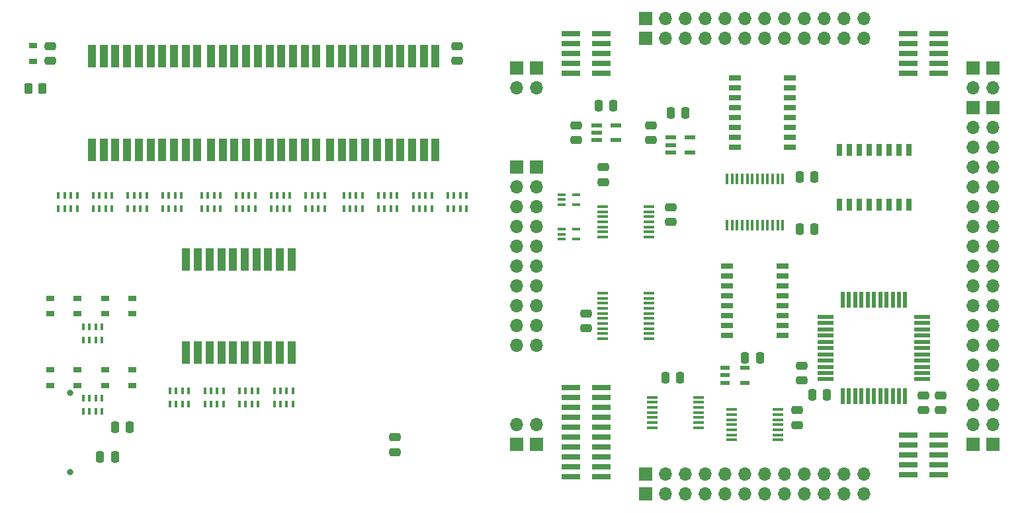
<source format=gbr>
%TF.GenerationSoftware,KiCad,Pcbnew,(6.0.5)*%
%TF.CreationDate,2022-08-07T10:52:41+02:00*%
%TF.ProjectId,MPU Signals,4d505520-5369-4676-9e61-6c732e6b6963,rev?*%
%TF.SameCoordinates,Original*%
%TF.FileFunction,Soldermask,Top*%
%TF.FilePolarity,Negative*%
%FSLAX46Y46*%
G04 Gerber Fmt 4.6, Leading zero omitted, Abs format (unit mm)*
G04 Created by KiCad (PCBNEW (6.0.5)) date 2022-08-07 10:52:41*
%MOMM*%
%LPD*%
G01*
G04 APERTURE LIST*
G04 Aperture macros list*
%AMRoundRect*
0 Rectangle with rounded corners*
0 $1 Rounding radius*
0 $2 $3 $4 $5 $6 $7 $8 $9 X,Y pos of 4 corners*
0 Add a 4 corners polygon primitive as box body*
4,1,4,$2,$3,$4,$5,$6,$7,$8,$9,$2,$3,0*
0 Add four circle primitives for the rounded corners*
1,1,$1+$1,$2,$3*
1,1,$1+$1,$4,$5*
1,1,$1+$1,$6,$7*
1,1,$1+$1,$8,$9*
0 Add four rect primitives between the rounded corners*
20,1,$1+$1,$2,$3,$4,$5,0*
20,1,$1+$1,$4,$5,$6,$7,0*
20,1,$1+$1,$6,$7,$8,$9,0*
20,1,$1+$1,$8,$9,$2,$3,0*%
G04 Aperture macros list end*
%ADD10R,0.425000X0.900000*%
%ADD11RoundRect,0.250000X0.475000X-0.250000X0.475000X0.250000X-0.475000X0.250000X-0.475000X-0.250000X0*%
%ADD12R,1.000000X3.000000*%
%ADD13RoundRect,0.250000X-0.475000X0.250000X-0.475000X-0.250000X0.475000X-0.250000X0.475000X0.250000X0*%
%ADD14R,1.000000X0.800000*%
%ADD15RoundRect,0.250000X0.250000X0.475000X-0.250000X0.475000X-0.250000X-0.475000X0.250000X-0.475000X0*%
%ADD16R,1.050000X0.400000*%
%ADD17R,1.475000X0.450000*%
%ADD18R,1.400000X0.600000*%
%ADD19RoundRect,0.250000X0.262500X0.450000X-0.262500X0.450000X-0.262500X-0.450000X0.262500X-0.450000X0*%
%ADD20R,2.400000X0.650000*%
%ADD21R,0.450000X1.475000*%
%ADD22RoundRect,0.250000X-0.250000X-0.475000X0.250000X-0.475000X0.250000X0.475000X-0.250000X0.475000X0*%
%ADD23R,0.650000X1.550000*%
%ADD24R,1.550000X0.650000*%
%ADD25R,1.250000X0.600000*%
%ADD26RoundRect,0.137500X0.137500X0.912500X-0.137500X0.912500X-0.137500X-0.912500X0.137500X-0.912500X0*%
%ADD27RoundRect,0.137500X0.912500X0.137500X-0.912500X0.137500X-0.912500X-0.137500X0.912500X-0.137500X0*%
%ADD28R,1.700000X1.700000*%
%ADD29O,1.700000X1.700000*%
%ADD30C,0.800000*%
G04 APERTURE END LIST*
D10*
%TO.C,RN13*%
X75177500Y-97575000D03*
X74377500Y-97575000D03*
X73577500Y-97575000D03*
X72777500Y-97575000D03*
X72777500Y-99275000D03*
X73577500Y-99275000D03*
X74377500Y-99275000D03*
X75177500Y-99275000D03*
%TD*%
D11*
%TO.C,C2*%
X134620000Y-90469000D03*
X134620000Y-88569000D03*
%TD*%
D10*
%TO.C,RN19*%
X118180000Y-99275000D03*
X118980000Y-99275000D03*
X119780000Y-99275000D03*
X120580000Y-99275000D03*
X120580000Y-97575000D03*
X119780000Y-97575000D03*
X118980000Y-97575000D03*
X118180000Y-97575000D03*
%TD*%
D12*
%TO.C,DS1*%
X84690000Y-117760000D03*
X86190000Y-117760000D03*
X87690000Y-117760000D03*
X89190000Y-117760000D03*
X90690000Y-117760000D03*
X92190000Y-117760000D03*
X93690000Y-117760000D03*
X95190000Y-117760000D03*
X96690000Y-117760000D03*
X98190000Y-117760000D03*
X98190000Y-105760000D03*
X96690000Y-105760000D03*
X95190000Y-105760000D03*
X93690000Y-105760000D03*
X92190000Y-105760000D03*
X90690000Y-105760000D03*
X89190000Y-105760000D03*
X87690000Y-105760000D03*
X86190000Y-105760000D03*
X84690000Y-105760000D03*
%TD*%
D13*
%TO.C,C14*%
X162877500Y-125113500D03*
X162877500Y-127013500D03*
%TD*%
D10*
%TO.C,RN15*%
X100012500Y-99275000D03*
X100812500Y-99275000D03*
X101612500Y-99275000D03*
X102412500Y-99275000D03*
X102412500Y-97575000D03*
X101612500Y-97575000D03*
X100812500Y-97575000D03*
X100012500Y-97575000D03*
%TD*%
D14*
%TO.C,LED8*%
X70802500Y-112760000D03*
X70802500Y-110760000D03*
%TD*%
D15*
%TO.C,C16*%
X147936500Y-120967500D03*
X146036500Y-120967500D03*
%TD*%
D16*
%TO.C,IC15*%
X132717500Y-97457500D03*
X132717500Y-98107500D03*
X132717500Y-98757500D03*
X134617500Y-98757500D03*
X134617500Y-97457500D03*
%TD*%
D10*
%TO.C,RN4*%
X71507500Y-116102500D03*
X72307500Y-116102500D03*
X73107500Y-116102500D03*
X73907500Y-116102500D03*
X73907500Y-114402500D03*
X73107500Y-114402500D03*
X72307500Y-114402500D03*
X71507500Y-114402500D03*
%TD*%
D17*
%TO.C,IC8*%
X144382000Y-123462500D03*
X144382000Y-124112500D03*
X144382000Y-124762500D03*
X144382000Y-125412500D03*
X144382000Y-126062500D03*
X144382000Y-126712500D03*
X144382000Y-127362500D03*
X150258000Y-127362500D03*
X150258000Y-126712500D03*
X150258000Y-126062500D03*
X150258000Y-125412500D03*
X150258000Y-124762500D03*
X150258000Y-124112500D03*
X150258000Y-123462500D03*
%TD*%
D10*
%TO.C,RN10*%
X77222500Y-99275000D03*
X78022500Y-99275000D03*
X78822500Y-99275000D03*
X79622500Y-99275000D03*
X79622500Y-97575000D03*
X78822500Y-97575000D03*
X78022500Y-97575000D03*
X77222500Y-97575000D03*
%TD*%
D18*
%TO.C,IC17*%
X146705000Y-90172500D03*
X146705000Y-91122500D03*
X146705000Y-92072500D03*
X149205000Y-92072500D03*
X149205000Y-90172500D03*
%TD*%
D19*
%TO.C,R3*%
X66317500Y-83830000D03*
X64492500Y-83830000D03*
%TD*%
D11*
%TO.C,C19*%
X138112500Y-95866500D03*
X138112500Y-93966500D03*
%TD*%
D20*
%TO.C,J22*%
X177120000Y-76860000D03*
X177120000Y-78130000D03*
X177120000Y-79400000D03*
X177120000Y-80670000D03*
X177120000Y-81940000D03*
X181020000Y-81940000D03*
X181020000Y-80670000D03*
X181020000Y-79400000D03*
X181020000Y-78130000D03*
X181020000Y-76860000D03*
%TD*%
%TO.C,J20*%
X133940000Y-122237500D03*
X133940000Y-123507500D03*
X133940000Y-124777500D03*
X133940000Y-126047500D03*
X133940000Y-127317500D03*
X133940000Y-128587500D03*
X133940000Y-129857500D03*
X133940000Y-131127500D03*
X133940000Y-132397500D03*
X133940000Y-133667500D03*
X137840000Y-133667500D03*
X137840000Y-132397500D03*
X137840000Y-131127500D03*
X137840000Y-129857500D03*
X137840000Y-128587500D03*
X137840000Y-127317500D03*
X137840000Y-126047500D03*
X137840000Y-124777500D03*
X137840000Y-123507500D03*
X137840000Y-122237500D03*
%TD*%
D21*
%TO.C,IC4*%
X161055000Y-95487000D03*
X160405000Y-95487000D03*
X159755000Y-95487000D03*
X159105000Y-95487000D03*
X158455000Y-95487000D03*
X157805000Y-95487000D03*
X157155000Y-95487000D03*
X156505000Y-95487000D03*
X155855000Y-95487000D03*
X155205000Y-95487000D03*
X154555000Y-95487000D03*
X153905000Y-95487000D03*
X153905000Y-101363000D03*
X154555000Y-101363000D03*
X155205000Y-101363000D03*
X155855000Y-101363000D03*
X156505000Y-101363000D03*
X157155000Y-101363000D03*
X157805000Y-101363000D03*
X158455000Y-101363000D03*
X159105000Y-101363000D03*
X159755000Y-101363000D03*
X160405000Y-101363000D03*
X161055000Y-101363000D03*
%TD*%
D22*
%TO.C,C24*%
X73678500Y-131127500D03*
X75578500Y-131127500D03*
%TD*%
D10*
%TO.C,RN12*%
X70732500Y-97575000D03*
X69932500Y-97575000D03*
X69132500Y-97575000D03*
X68332500Y-97575000D03*
X68332500Y-99275000D03*
X69132500Y-99275000D03*
X69932500Y-99275000D03*
X70732500Y-99275000D03*
%TD*%
D20*
%TO.C,J24*%
X177120000Y-128295000D03*
X177120000Y-129565000D03*
X177120000Y-130835000D03*
X177120000Y-132105000D03*
X177120000Y-133375000D03*
X181020000Y-133375000D03*
X181020000Y-132105000D03*
X181020000Y-130835000D03*
X181020000Y-129565000D03*
X181020000Y-128295000D03*
%TD*%
D23*
%TO.C,RN3*%
X168275000Y-98798000D03*
X169545000Y-98798000D03*
X170815000Y-98798000D03*
X172085000Y-98798000D03*
X173355000Y-98798000D03*
X174625000Y-98798000D03*
X175895000Y-98798000D03*
X177165000Y-98798000D03*
X177165000Y-91702000D03*
X175895000Y-91702000D03*
X174625000Y-91702000D03*
X173355000Y-91702000D03*
X172085000Y-91702000D03*
X170815000Y-91702000D03*
X169545000Y-91702000D03*
X168275000Y-91702000D03*
%TD*%
D13*
%TO.C,C13*%
X146685000Y-99078500D03*
X146685000Y-100978500D03*
%TD*%
D14*
%TO.C,LED9*%
X67310000Y-112760000D03*
X67310000Y-110760000D03*
%TD*%
D16*
%TO.C,IC16*%
X132717500Y-101902500D03*
X132717500Y-102552500D03*
X132717500Y-103202500D03*
X134617500Y-103202500D03*
X134617500Y-101902500D03*
%TD*%
D10*
%TO.C,RN11*%
X81667500Y-99275000D03*
X82467500Y-99275000D03*
X83267500Y-99275000D03*
X84067500Y-99275000D03*
X84067500Y-97575000D03*
X83267500Y-97575000D03*
X82467500Y-97575000D03*
X81667500Y-97575000D03*
%TD*%
D17*
%TO.C,IC3*%
X143908000Y-115955000D03*
X143908000Y-115305000D03*
X143908000Y-114655000D03*
X143908000Y-114005000D03*
X143908000Y-113355000D03*
X143908000Y-112705000D03*
X143908000Y-112055000D03*
X143908000Y-111405000D03*
X143908000Y-110755000D03*
X143908000Y-110105000D03*
X138032000Y-110105000D03*
X138032000Y-110755000D03*
X138032000Y-111405000D03*
X138032000Y-112055000D03*
X138032000Y-112705000D03*
X138032000Y-113355000D03*
X138032000Y-114005000D03*
X138032000Y-114655000D03*
X138032000Y-115305000D03*
X138032000Y-115955000D03*
%TD*%
D10*
%TO.C,RN7*%
X95955000Y-124357500D03*
X96755000Y-124357500D03*
X97555000Y-124357500D03*
X98355000Y-124357500D03*
X98355000Y-122657500D03*
X97555000Y-122657500D03*
X96755000Y-122657500D03*
X95955000Y-122657500D03*
%TD*%
%TO.C,RN18*%
X113735000Y-99275000D03*
X114535000Y-99275000D03*
X115335000Y-99275000D03*
X116135000Y-99275000D03*
X116135000Y-97575000D03*
X115335000Y-97575000D03*
X114535000Y-97575000D03*
X113735000Y-97575000D03*
%TD*%
D20*
%TO.C,J17*%
X133940000Y-76860000D03*
X133940000Y-78130000D03*
X133940000Y-79400000D03*
X133940000Y-80670000D03*
X133940000Y-81940000D03*
X137840000Y-81940000D03*
X137840000Y-80670000D03*
X137840000Y-79400000D03*
X137840000Y-78130000D03*
X137840000Y-76860000D03*
%TD*%
D22*
%TO.C,C18*%
X156228500Y-118427500D03*
X158128500Y-118427500D03*
%TD*%
D14*
%TO.C,LED1*%
X65087500Y-80359000D03*
X65087500Y-78359000D03*
%TD*%
D24*
%TO.C,RN5*%
X161980500Y-91440000D03*
X161980500Y-90170000D03*
X161980500Y-88900000D03*
X161980500Y-87630000D03*
X161980500Y-86360000D03*
X161980500Y-85090000D03*
X161980500Y-83820000D03*
X161980500Y-82550000D03*
X154884500Y-82550000D03*
X154884500Y-83820000D03*
X154884500Y-85090000D03*
X154884500Y-86360000D03*
X154884500Y-87630000D03*
X154884500Y-88900000D03*
X154884500Y-90170000D03*
X154884500Y-91440000D03*
%TD*%
D22*
%TO.C,C20*%
X163213500Y-95250000D03*
X165113500Y-95250000D03*
%TD*%
D10*
%TO.C,RN17*%
X97967500Y-97575000D03*
X97167500Y-97575000D03*
X96367500Y-97575000D03*
X95567500Y-97575000D03*
X95567500Y-99275000D03*
X96367500Y-99275000D03*
X97167500Y-99275000D03*
X97967500Y-99275000D03*
%TD*%
D14*
%TO.C,LED2*%
X77787500Y-121967500D03*
X77787500Y-119967500D03*
%TD*%
D13*
%TO.C,C22*%
X67310000Y-78441000D03*
X67310000Y-80341000D03*
%TD*%
D11*
%TO.C,C1*%
X144163500Y-90469000D03*
X144163500Y-88569000D03*
%TD*%
D22*
%TO.C,C10*%
X164801000Y-123190000D03*
X166701000Y-123190000D03*
%TD*%
%TO.C,C21*%
X75583500Y-127317500D03*
X77483500Y-127317500D03*
%TD*%
D12*
%TO.C,DS2*%
X72625000Y-91725000D03*
X74125000Y-91725000D03*
X75625000Y-91725000D03*
X77125000Y-91725000D03*
X78625000Y-91725000D03*
X80125000Y-91725000D03*
X81625000Y-91725000D03*
X83125000Y-91725000D03*
X84625000Y-91725000D03*
X86125000Y-91725000D03*
X86125000Y-79725000D03*
X84625000Y-79725000D03*
X83125000Y-79725000D03*
X81625000Y-79725000D03*
X80125000Y-79725000D03*
X78625000Y-79725000D03*
X77125000Y-79725000D03*
X75625000Y-79725000D03*
X74125000Y-79725000D03*
X72625000Y-79725000D03*
%TD*%
D25*
%TO.C,IC7*%
X153690000Y-119700000D03*
X153690000Y-120650000D03*
X153690000Y-121600000D03*
X156190000Y-121600000D03*
X156190000Y-119700000D03*
%TD*%
D13*
%TO.C,C9*%
X163512500Y-119398500D03*
X163512500Y-121298500D03*
%TD*%
%TO.C,C11*%
X179070000Y-123208500D03*
X179070000Y-125108500D03*
%TD*%
D11*
%TO.C,C17*%
X135890000Y-114599000D03*
X135890000Y-112699000D03*
%TD*%
D14*
%TO.C,LED7*%
X74295000Y-112760000D03*
X74295000Y-110760000D03*
%TD*%
D10*
%TO.C,RN21*%
X111690000Y-97575000D03*
X110890000Y-97575000D03*
X110090000Y-97575000D03*
X109290000Y-97575000D03*
X109290000Y-99275000D03*
X110090000Y-99275000D03*
X110890000Y-99275000D03*
X111690000Y-99275000D03*
%TD*%
%TO.C,RN8*%
X85020000Y-122657500D03*
X84220000Y-122657500D03*
X83420000Y-122657500D03*
X82620000Y-122657500D03*
X82620000Y-124357500D03*
X83420000Y-124357500D03*
X84220000Y-124357500D03*
X85020000Y-124357500D03*
%TD*%
D18*
%TO.C,IC1*%
X137198500Y-88585000D03*
X137198500Y-89535000D03*
X137198500Y-90485000D03*
X139698500Y-90485000D03*
X139698500Y-88585000D03*
%TD*%
D10*
%TO.C,RN20*%
X107245000Y-97575000D03*
X106445000Y-97575000D03*
X105645000Y-97575000D03*
X104845000Y-97575000D03*
X104845000Y-99275000D03*
X105645000Y-99275000D03*
X106445000Y-99275000D03*
X107245000Y-99275000D03*
%TD*%
D15*
%TO.C,C4*%
X148571500Y-86995000D03*
X146671500Y-86995000D03*
%TD*%
D13*
%TO.C,C23*%
X111442500Y-128606000D03*
X111442500Y-130506000D03*
%TD*%
D14*
%TO.C,LED4*%
X74295000Y-121967500D03*
X74295000Y-119967500D03*
%TD*%
D15*
%TO.C,C5*%
X139382500Y-86042500D03*
X137482500Y-86042500D03*
%TD*%
D10*
%TO.C,RN16*%
X89077500Y-97575000D03*
X88277500Y-97575000D03*
X87477500Y-97575000D03*
X86677500Y-97575000D03*
X86677500Y-99275000D03*
X87477500Y-99275000D03*
X88277500Y-99275000D03*
X89077500Y-99275000D03*
%TD*%
D12*
%TO.C,DS3*%
X87865000Y-91725000D03*
X89365000Y-91725000D03*
X90865000Y-91725000D03*
X92365000Y-91725000D03*
X93865000Y-91725000D03*
X95365000Y-91725000D03*
X96865000Y-91725000D03*
X98365000Y-91725000D03*
X99865000Y-91725000D03*
X101365000Y-91725000D03*
X101365000Y-79725000D03*
X99865000Y-79725000D03*
X98365000Y-79725000D03*
X96865000Y-79725000D03*
X95365000Y-79725000D03*
X93865000Y-79725000D03*
X92365000Y-79725000D03*
X90865000Y-79725000D03*
X89365000Y-79725000D03*
X87865000Y-79725000D03*
%TD*%
D10*
%TO.C,RN14*%
X91122500Y-99275000D03*
X91922500Y-99275000D03*
X92722500Y-99275000D03*
X93522500Y-99275000D03*
X93522500Y-97575000D03*
X92722500Y-97575000D03*
X91922500Y-97575000D03*
X91122500Y-97575000D03*
%TD*%
D13*
%TO.C,C12*%
X181292500Y-123208500D03*
X181292500Y-125108500D03*
%TD*%
D10*
%TO.C,RN9*%
X89465000Y-122657500D03*
X88665000Y-122657500D03*
X87865000Y-122657500D03*
X87065000Y-122657500D03*
X87065000Y-124357500D03*
X87865000Y-124357500D03*
X88665000Y-124357500D03*
X89465000Y-124357500D03*
%TD*%
%TO.C,RN6*%
X91510000Y-124357500D03*
X92310000Y-124357500D03*
X93110000Y-124357500D03*
X93910000Y-124357500D03*
X93910000Y-122657500D03*
X93110000Y-122657500D03*
X92310000Y-122657500D03*
X91510000Y-122657500D03*
%TD*%
D14*
%TO.C,LED5*%
X70802500Y-121967500D03*
X70802500Y-119967500D03*
%TD*%
D10*
%TO.C,RN2*%
X71507500Y-125310000D03*
X72307500Y-125310000D03*
X73107500Y-125310000D03*
X73907500Y-125310000D03*
X73907500Y-123610000D03*
X73107500Y-123610000D03*
X72307500Y-123610000D03*
X71507500Y-123610000D03*
%TD*%
D22*
%TO.C,C15*%
X163213500Y-101917500D03*
X165113500Y-101917500D03*
%TD*%
D17*
%TO.C,IC5*%
X138032000Y-99015000D03*
X138032000Y-99665000D03*
X138032000Y-100315000D03*
X138032000Y-100965000D03*
X138032000Y-101615000D03*
X138032000Y-102265000D03*
X138032000Y-102915000D03*
X143908000Y-102915000D03*
X143908000Y-102265000D03*
X143908000Y-101615000D03*
X143908000Y-100965000D03*
X143908000Y-100315000D03*
X143908000Y-99665000D03*
X143908000Y-99015000D03*
%TD*%
D14*
%TO.C,LED3*%
X77787500Y-112760000D03*
X77787500Y-110760000D03*
%TD*%
D13*
%TO.C,C25*%
X119380000Y-78441000D03*
X119380000Y-80341000D03*
%TD*%
D17*
%TO.C,IC6*%
X154542000Y-125050000D03*
X154542000Y-125700000D03*
X154542000Y-126350000D03*
X154542000Y-127000000D03*
X154542000Y-127650000D03*
X154542000Y-128300000D03*
X154542000Y-128950000D03*
X160418000Y-128950000D03*
X160418000Y-128300000D03*
X160418000Y-127650000D03*
X160418000Y-127000000D03*
X160418000Y-126350000D03*
X160418000Y-125700000D03*
X160418000Y-125050000D03*
%TD*%
D14*
%TO.C,LED6*%
X67310000Y-121967500D03*
X67310000Y-119967500D03*
%TD*%
D24*
%TO.C,RN1*%
X161028000Y-115570000D03*
X161028000Y-114300000D03*
X161028000Y-113030000D03*
X161028000Y-111760000D03*
X161028000Y-110490000D03*
X161028000Y-109220000D03*
X161028000Y-107950000D03*
X161028000Y-106680000D03*
X153932000Y-106680000D03*
X153932000Y-107950000D03*
X153932000Y-109220000D03*
X153932000Y-110490000D03*
X153932000Y-111760000D03*
X153932000Y-113030000D03*
X153932000Y-114300000D03*
X153932000Y-115570000D03*
%TD*%
D12*
%TO.C,DS4*%
X103105000Y-91725000D03*
X104605000Y-91725000D03*
X106105000Y-91725000D03*
X107605000Y-91725000D03*
X109105000Y-91725000D03*
X110605000Y-91725000D03*
X112105000Y-91725000D03*
X113605000Y-91725000D03*
X115105000Y-91725000D03*
X116605000Y-91725000D03*
X116605000Y-79725000D03*
X115105000Y-79725000D03*
X113605000Y-79725000D03*
X112105000Y-79725000D03*
X110605000Y-79725000D03*
X109105000Y-79725000D03*
X107605000Y-79725000D03*
X106105000Y-79725000D03*
X104605000Y-79725000D03*
X103105000Y-79725000D03*
%TD*%
D26*
%TO.C,IC2*%
X172720000Y-123357500D03*
X173520000Y-123357500D03*
X174320000Y-123357500D03*
X175120000Y-123357500D03*
X175920000Y-123357500D03*
X176720000Y-123357500D03*
D27*
X178920000Y-121157500D03*
X178920000Y-120357500D03*
X178920000Y-119557500D03*
X178920000Y-118757500D03*
X178920000Y-117957500D03*
X178920000Y-117157500D03*
X178920000Y-116357500D03*
X178920000Y-115557500D03*
X178920000Y-114757500D03*
X178920000Y-113957500D03*
X178920000Y-113157500D03*
D26*
X176720000Y-110957500D03*
X175920000Y-110957500D03*
X175120000Y-110957500D03*
X174320000Y-110957500D03*
X173520000Y-110957500D03*
X172720000Y-110957500D03*
X171920000Y-110957500D03*
X171120000Y-110957500D03*
X170320000Y-110957500D03*
X169520000Y-110957500D03*
X168720000Y-110957500D03*
D27*
X166520000Y-113157500D03*
X166520000Y-113957500D03*
X166520000Y-114757500D03*
X166520000Y-115557500D03*
X166520000Y-116357500D03*
X166520000Y-117157500D03*
X166520000Y-117957500D03*
X166520000Y-118757500D03*
X166520000Y-119557500D03*
X166520000Y-120357500D03*
X166520000Y-121157500D03*
D26*
X168720000Y-123357500D03*
X169520000Y-123357500D03*
X170320000Y-123357500D03*
X171120000Y-123357500D03*
X171920000Y-123357500D03*
%TD*%
D28*
%TO.C,J15*%
X143510000Y-133350000D03*
D29*
X146050000Y-133350000D03*
X148590000Y-133350000D03*
X151130000Y-133350000D03*
X153670000Y-133350000D03*
X156210000Y-133350000D03*
X158750000Y-133350000D03*
X161290000Y-133350000D03*
X163830000Y-133350000D03*
X166370000Y-133350000D03*
X168910000Y-133350000D03*
X171450000Y-133350000D03*
%TD*%
D28*
%TO.C,J8*%
X187960000Y-129540000D03*
D29*
X187960000Y-127000000D03*
%TD*%
D28*
%TO.C,J9*%
X185420000Y-81280000D03*
D29*
X185420000Y-83820000D03*
%TD*%
D28*
%TO.C,J2*%
X129540000Y-129540000D03*
D29*
X129540000Y-127000000D03*
%TD*%
D28*
%TO.C,J6*%
X187960000Y-81280000D03*
D29*
X187960000Y-83820000D03*
%TD*%
D28*
%TO.C,J13*%
X143510000Y-77470000D03*
D29*
X146050000Y-77470000D03*
X148590000Y-77470000D03*
X151130000Y-77470000D03*
X153670000Y-77470000D03*
X156210000Y-77470000D03*
X158750000Y-77470000D03*
X161290000Y-77470000D03*
X163830000Y-77470000D03*
X166370000Y-77470000D03*
X168910000Y-77470000D03*
X171450000Y-77470000D03*
%TD*%
D30*
%TO.C,J19*%
X69850008Y-133032500D03*
X69850008Y-122872500D03*
%TD*%
D28*
%TO.C,J10*%
X185420000Y-129540000D03*
D29*
X185420000Y-127000000D03*
%TD*%
D28*
%TO.C,J7*%
X187960000Y-86360000D03*
D29*
X187960000Y-88900000D03*
X187960000Y-91440000D03*
X187960000Y-93980000D03*
X187960000Y-96520000D03*
X187960000Y-99060000D03*
X187960000Y-101600000D03*
X187960000Y-104140000D03*
X187960000Y-106680000D03*
X187960000Y-109220000D03*
X187960000Y-111760000D03*
X187960000Y-114300000D03*
X187960000Y-116840000D03*
X187960000Y-119380000D03*
X187960000Y-121920000D03*
X187960000Y-124460000D03*
%TD*%
D28*
%TO.C,J3*%
X127000000Y-81280000D03*
D29*
X127000000Y-83820000D03*
%TD*%
D28*
%TO.C,J1*%
X129540000Y-81280000D03*
D29*
X129540000Y-83820000D03*
%TD*%
D28*
%TO.C,J16*%
X143510000Y-135890000D03*
D29*
X146050000Y-135890000D03*
X148590000Y-135890000D03*
X151130000Y-135890000D03*
X153670000Y-135890000D03*
X156210000Y-135890000D03*
X158750000Y-135890000D03*
X161290000Y-135890000D03*
X163830000Y-135890000D03*
X166370000Y-135890000D03*
X168910000Y-135890000D03*
X171450000Y-135890000D03*
%TD*%
D28*
%TO.C,J11*%
X129540000Y-93980000D03*
D29*
X129540000Y-96520000D03*
X129540000Y-99060000D03*
X129540000Y-101600000D03*
X129540000Y-104140000D03*
X129540000Y-106680000D03*
X129540000Y-109220000D03*
X129540000Y-111760000D03*
X129540000Y-114300000D03*
X129540000Y-116840000D03*
%TD*%
D28*
%TO.C,J14*%
X143510000Y-74930000D03*
D29*
X146050000Y-74930000D03*
X148590000Y-74930000D03*
X151130000Y-74930000D03*
X153670000Y-74930000D03*
X156210000Y-74930000D03*
X158750000Y-74930000D03*
X161290000Y-74930000D03*
X163830000Y-74930000D03*
X166370000Y-74930000D03*
X168910000Y-74930000D03*
X171450000Y-74930000D03*
%TD*%
D28*
%TO.C,J5*%
X127000000Y-129540000D03*
D29*
X127000000Y-127000000D03*
%TD*%
D28*
%TO.C,J4*%
X127000000Y-93980000D03*
D29*
X127000000Y-96520000D03*
X127000000Y-99060000D03*
X127000000Y-101600000D03*
X127000000Y-104140000D03*
X127000000Y-106680000D03*
X127000000Y-109220000D03*
X127000000Y-111760000D03*
X127000000Y-114300000D03*
X127000000Y-116840000D03*
%TD*%
D28*
%TO.C,J12*%
X185420000Y-86360000D03*
D29*
X185420000Y-88900000D03*
X185420000Y-91440000D03*
X185420000Y-93980000D03*
X185420000Y-96520000D03*
X185420000Y-99060000D03*
X185420000Y-101600000D03*
X185420000Y-104140000D03*
X185420000Y-106680000D03*
X185420000Y-109220000D03*
X185420000Y-111760000D03*
X185420000Y-114300000D03*
X185420000Y-116840000D03*
X185420000Y-119380000D03*
X185420000Y-121920000D03*
X185420000Y-124460000D03*
%TD*%
M02*

</source>
